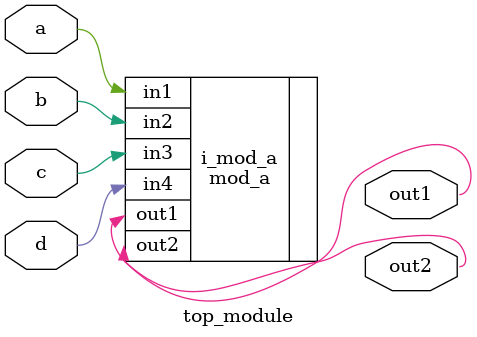
<source format=v>

module top_module (
	input  a   ,
	input  b   ,
	input  c   ,
	input  d   ,
	output out1,
	output out2
);
	//connecting ports by name
	mod_a i_mod_a (.out1(out1), .out2(out2), .in1(a), .in2(b), .in3(c), .in4(d));
	
endmodule

</source>
